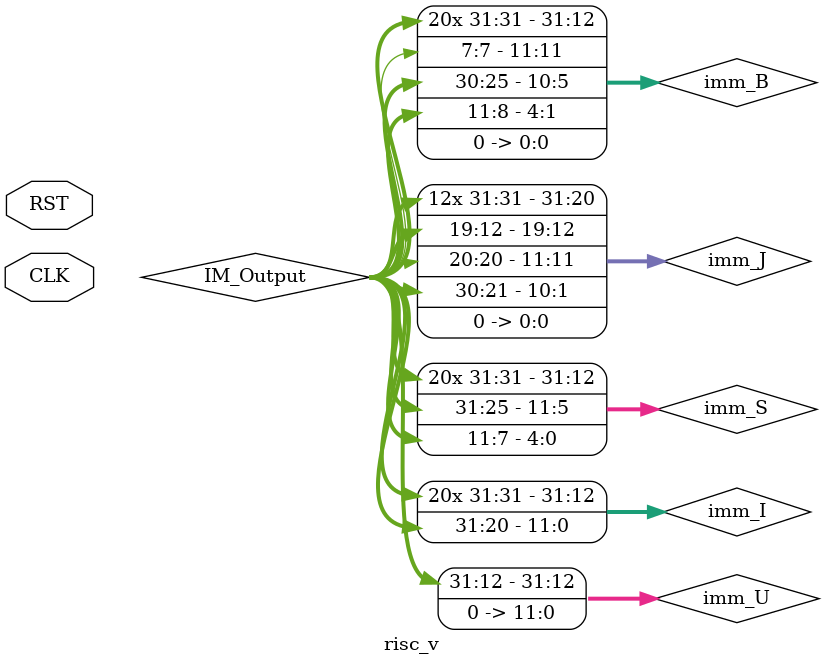
<source format=v>
module risc_v 
(
input CLK, 
input RST
);

reg [31:0] PC; // C÷åò÷èê
wire [31:0] IM_Output; // Instruction memory data output
wire Flag; // ALU


wire [31:0] WD3; // RF
wire [31:0] ALU_Output;
wire [4:0] ALU_Op; // ALU
wire [31:0] RD1; // RF Output -> ALU Input
wire [31:0] RD2; // RF Output -> ALU Input

reg [31:0] ALU_Operand_A, ALU_Operand_B; // Âõîä ALU 1 
wire [1:0] ex_op_a_sel_o;
wire [2:0] ex_op_b_sel_o;

wire branch_o; // 32
wire jal_o;
wire jalr_o;
wire gpr_we_a_o;
wire wb_src_sel_o;

wire [31:0] imm_I, imm_S, imm_J, imm_B, imm_U;
wire [31:0] imm_select;
wire [31:0] PC_sum_select;
wire [31:0] mux_pc; 

assign imm_select = branch_o ? imm_B : imm_J;
assign PC_sum_select = jal_o | (Flag & branch_o) ? imm_select : 4;
assign mux_pc = jalr_o ? $signed(RD1) + $signed(imm_I) : PC + $signed(PC_sum_select);
 


assign imm_I = {{20{IM_Output[31]}}, IM_Output[31:25], IM_Output[24:20]};
assign imm_S = {{20{IM_Output[31]}}, IM_Output[31:25], IM_Output[11:7]};
assign imm_B = {{20{IM_Output[31]}}, IM_Output[7], IM_Output[30:25], IM_Output[11:8], 1'b0};
assign imm_U = {IM_Output[31:25], IM_Output[24:20], IM_Output[19:15], IM_Output[14:12], 12'b0};
assign imm_J = {{12{IM_Output[31]}}, IM_Output[19:15], IM_Output[14:12], IM_Output[20], IM_Output[30:25], IM_Output[24:21], 1'b0};


assign WD3 = wb_src_sel_o ? 32'hx : ALU_Output;
 
//IM_Output memory

always @(*) begin
case(ex_op_a_sel_o)
    2'b00: ALU_Operand_A = RD1;
    2'b01: ALU_Operand_A = PC;
    2'b10: ALU_Operand_A = 0;
    default: ALU_Operand_A = RD1;
endcase
end

always @(*) begin
case(ex_op_b_sel_o)
    3'd0: ALU_Operand_B = RD2;
    3'd1: ALU_Operand_B = imm_I;
    3'd2: ALU_Operand_B = imm_U;
    3'd3: ALU_Operand_B = imm_S; 
    3'd4: ALU_Operand_B = 4; 
    default: ALU_Operand_A = RD2;
endcase
end


main_decoder decoder(.fetched_instr_i(IM_Output),
                     .ex_op_a_sel_o(ex_op_a_sel_o),
                     .ex_op_b_sel_o(ex_op_b_sel_o),
                     .alu_op_o(ALU_Op),
                     .mem_req_o(),
                     .mem_we_o(),
                     .mem_size_o(),
                     .gpr_we_a_o(gpr_we_a_o),
                     .wb_src_sel_o(wb_src_sel_o),
                     .illegal_instr_o(),
                     .branch_o(branch_o),
                     .jal_o(jal_o),
                     .jalr_o(jalr_o)); // Ìîäóëü äåêîäåðà



psu_memory instr_mem(.A(PC), 
               .CLK(CLK),
               .RD(IM_Output));
//Register File
ram_memory reg_file(.CLK(CLK),
                    .A1(IM_Output[19:15]),
                    .A2(IM_Output[24:20]),
                    .A3(IM_Output[11:7]),
                    .WD3(WD3),
                    .WE3(gpr_we_a_o),
                    .RD1(RD1),
                    .RD2(RD2));
                    
                   

alu alu(.A(ALU_Operand_A),
        .B(ALU_Operand_B),
        .ALUOp(ALU_Op),
        .result(ALU_Output),
        .flag(Flag));
                      
                     

always @(posedge CLK) begin
    if (~RST) PC <= 0;
    else PC <= mux_pc;
    end



endmodule

</source>
